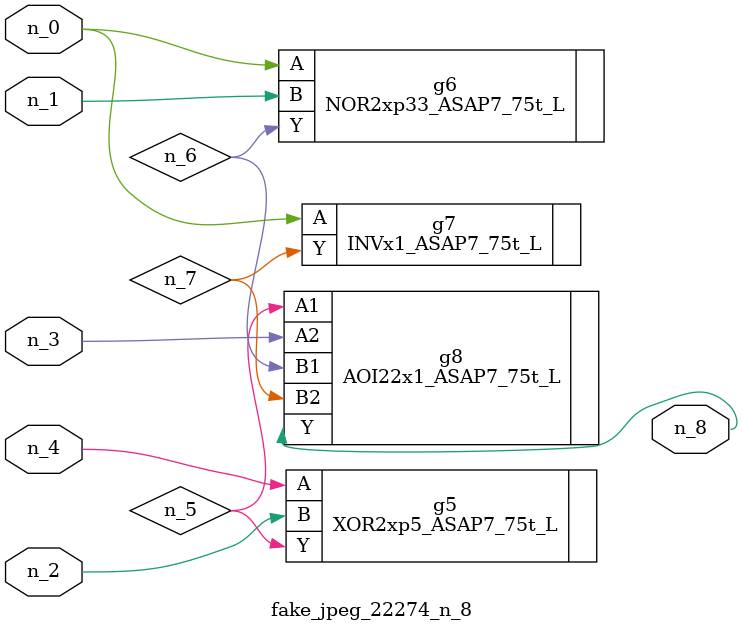
<source format=v>
module fake_jpeg_22274_n_8 (n_3, n_2, n_1, n_0, n_4, n_8);

input n_3;
input n_2;
input n_1;
input n_0;
input n_4;

output n_8;

wire n_6;
wire n_5;
wire n_7;

XOR2xp5_ASAP7_75t_L g5 ( 
.A(n_4),
.B(n_2),
.Y(n_5)
);

NOR2xp33_ASAP7_75t_L g6 ( 
.A(n_0),
.B(n_1),
.Y(n_6)
);

INVx1_ASAP7_75t_L g7 ( 
.A(n_0),
.Y(n_7)
);

AOI22x1_ASAP7_75t_L g8 ( 
.A1(n_5),
.A2(n_3),
.B1(n_6),
.B2(n_7),
.Y(n_8)
);


endmodule
</source>
